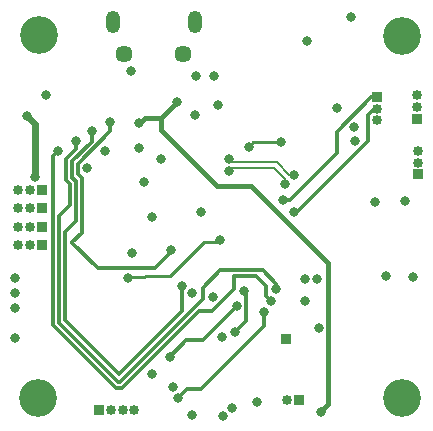
<source format=gbr>
%TF.GenerationSoftware,KiCad,Pcbnew,6.0.7-f9a2dced07~116~ubuntu22.04.1*%
%TF.CreationDate,2022-08-22T17:29:25+02:00*%
%TF.ProjectId,DroneHardware,44726f6e-6548-4617-9264-776172652e6b,rev?*%
%TF.SameCoordinates,Original*%
%TF.FileFunction,Copper,L4,Bot*%
%TF.FilePolarity,Positive*%
%FSLAX46Y46*%
G04 Gerber Fmt 4.6, Leading zero omitted, Abs format (unit mm)*
G04 Created by KiCad (PCBNEW 6.0.7-f9a2dced07~116~ubuntu22.04.1) date 2022-08-22 17:29:25*
%MOMM*%
%LPD*%
G01*
G04 APERTURE LIST*
%TA.AperFunction,ComponentPad*%
%ADD10R,0.850000X0.850000*%
%TD*%
%TA.AperFunction,ComponentPad*%
%ADD11O,0.850000X0.850000*%
%TD*%
%TA.AperFunction,ComponentPad*%
%ADD12O,1.200000X1.900000*%
%TD*%
%TA.AperFunction,ComponentPad*%
%ADD13C,1.450000*%
%TD*%
%TA.AperFunction,ComponentPad*%
%ADD14C,3.200000*%
%TD*%
%TA.AperFunction,ViaPad*%
%ADD15C,0.800000*%
%TD*%
%TA.AperFunction,Conductor*%
%ADD16C,0.300000*%
%TD*%
%TA.AperFunction,Conductor*%
%ADD17C,0.200000*%
%TD*%
%TA.AperFunction,Conductor*%
%ADD18C,0.400000*%
%TD*%
%TA.AperFunction,Conductor*%
%ADD19C,0.600000*%
%TD*%
%TA.AperFunction,Conductor*%
%ADD20C,0.250000*%
%TD*%
G04 APERTURE END LIST*
D10*
%TO.P,J208,1,Pin_1*%
%TO.N,PWM4*%
X130890000Y-103460000D03*
D11*
%TO.P,J208,2,Pin_2*%
%TO.N,+5V*%
X129890000Y-103460000D03*
%TO.P,J208,3,Pin_3*%
%TO.N,GND*%
X128890000Y-103460000D03*
%TD*%
D10*
%TO.P,J210,1,Pin_1*%
%TO.N,USART1_TX*%
X162620000Y-92810000D03*
D11*
%TO.P,J210,2,Pin_2*%
%TO.N,USART1_RX*%
X162620000Y-91810000D03*
%TO.P,J210,3,Pin_3*%
%TO.N,unconnected-(J210-Pad3)*%
X162620000Y-90810000D03*
%TD*%
D10*
%TO.P,J202,1,Pin_1*%
%TO.N,+5V*%
X152600000Y-116620000D03*
D11*
%TO.P,J202,2,Pin_2*%
%TO.N,GND*%
X151600000Y-116620000D03*
%TD*%
D12*
%TO.P,J201,6,Shield*%
%TO.N,unconnected-(J201-Pad6)*%
X143860000Y-84562500D03*
D13*
X137860000Y-87262500D03*
X142860000Y-87262500D03*
D12*
X136860000Y-84562500D03*
%TD*%
D10*
%TO.P,J207,1,Pin_1*%
%TO.N,PWM3*%
X130890000Y-101920000D03*
D11*
%TO.P,J207,2,Pin_2*%
%TO.N,+5V*%
X129890000Y-101920000D03*
%TO.P,J207,3,Pin_3*%
%TO.N,GND*%
X128890000Y-101920000D03*
%TD*%
D10*
%TO.P,J209,1,Pin_1*%
%TO.N,USART6_TX*%
X162720000Y-97490000D03*
D11*
%TO.P,J209,2,Pin_2*%
%TO.N,USART6_RX*%
X162720000Y-96490000D03*
%TO.P,J209,3,Pin_3*%
%TO.N,USART6_CK*%
X162720000Y-95490000D03*
%TD*%
D14*
%TO.P,H201,*%
%TO.N,*%
X161380000Y-116420000D03*
%TD*%
D10*
%TO.P,J206,1,Pin_1*%
%TO.N,PWM2*%
X130890000Y-100370000D03*
D11*
%TO.P,J206,2,Pin_2*%
%TO.N,+5V*%
X129890000Y-100370000D03*
%TO.P,J206,3,Pin_3*%
%TO.N,GND*%
X128890000Y-100370000D03*
%TD*%
D14*
%TO.P,H203,*%
%TO.N,*%
X161390000Y-85770000D03*
%TD*%
%TO.P,H204,*%
%TO.N,*%
X130590000Y-85690000D03*
%TD*%
D10*
%TO.P,J211,1,Pin_1*%
%TO.N,USART3_TX*%
X159220000Y-90920000D03*
D11*
%TO.P,J211,2,Pin_2*%
%TO.N,USART3_RX*%
X159220000Y-91920000D03*
%TO.P,J211,3,Pin_3*%
%TO.N,unconnected-(J211-Pad3)*%
X159220000Y-92920000D03*
%TD*%
D14*
%TO.P,H202,*%
%TO.N,*%
X130570000Y-116420000D03*
%TD*%
D10*
%TO.P,J205,1,Pin_1*%
%TO.N,PWM1*%
X130890000Y-98830000D03*
D11*
%TO.P,J205,2,Pin_2*%
%TO.N,+5V*%
X129890000Y-98830000D03*
%TO.P,J205,3,Pin_3*%
%TO.N,GND*%
X128890000Y-98830000D03*
%TD*%
D10*
%TO.P,J101,1,Pin_1*%
%TO.N,BUCK_IN*%
X151560000Y-111440000D03*
%TD*%
%TO.P,J102,1,Pin_1*%
%TO.N,GND*%
X135710000Y-117410000D03*
D11*
%TO.P,J102,2,Pin_2*%
X136710000Y-117410000D03*
%TO.P,J102,3,Pin_3*%
X137710000Y-117410000D03*
%TO.P,J102,4,Pin_4*%
X138710000Y-117410000D03*
%TD*%
D15*
%TO.N,PWM1*%
X132225000Y-95525000D03*
%TO.N,PWM2*%
X133775000Y-94700000D03*
%TO.N,PWM3*%
X135075000Y-93825000D03*
%TO.N,PWM4*%
X136675000Y-93050000D03*
%TO.N,USB_D+*%
X151474498Y-98266962D03*
%TO.N,USB_D-*%
X152216962Y-97524498D03*
%TO.N,USB_D+*%
X146722929Y-97227596D03*
%TO.N,USB_D-*%
X146722929Y-96177596D03*
%TO.N,GND*%
X146150000Y-111225000D03*
%TO.N,BUCK_VOUT_3V3*%
X145350000Y-107900000D03*
%TO.N,GYRO_MOSI_PIN*%
X148025000Y-107325000D03*
%TO.N,GYRO_INT_EXTI*%
X149675000Y-109175000D03*
%TO.N,PWM1*%
X150275000Y-108250000D03*
%TO.N,PWM2*%
X150700000Y-107200000D03*
%TO.N,GYRO_MOSI_PIN*%
X147225000Y-110825000D03*
%TO.N,BUCK_VOUT_3V3*%
X128610000Y-106230000D03*
X140930000Y-96210000D03*
X143925000Y-89125000D03*
X153320000Y-86180000D03*
X143575000Y-117850000D03*
X162280000Y-106210000D03*
X140180000Y-101110000D03*
X153160000Y-106330000D03*
X157420000Y-94670000D03*
X143825000Y-92425000D03*
%TO.N,GND*%
X128600000Y-108780000D03*
X153160000Y-108250000D03*
X157280000Y-93480000D03*
X139520000Y-98110000D03*
X145800000Y-91600000D03*
X138540000Y-104120000D03*
X128610000Y-107530000D03*
X144340000Y-100680000D03*
X146175000Y-117950000D03*
X131180000Y-90770000D03*
X145450000Y-89125000D03*
X143620000Y-107550000D03*
X149075000Y-116775000D03*
X128600000Y-111340000D03*
X154300000Y-110480000D03*
X154200000Y-106360000D03*
X136250000Y-95525000D03*
X140160000Y-114400000D03*
X155825000Y-91875000D03*
X138425000Y-88700000D03*
X134700000Y-96925000D03*
X141950000Y-115480000D03*
X159060000Y-99850000D03*
X157040000Y-84200000D03*
X161580000Y-99740000D03*
X159990000Y-106100000D03*
X139060000Y-95290000D03*
X146950000Y-117275000D03*
%TO.N,+5V*%
X130280000Y-97690000D03*
X139075000Y-93175000D03*
X142270000Y-91380000D03*
X129590000Y-92540000D03*
X154480000Y-117610000D03*
%TO.N,SWDIO*%
X145990000Y-103080000D03*
X138170000Y-106250000D03*
%TO.N,SWCLK*%
X151090000Y-94790000D03*
X148370000Y-95160000D03*
%TO.N,PWM4*%
X141800000Y-103860000D03*
%TO.N,PWM3*%
X142748000Y-106934000D03*
%TO.N,GYRO_INT_EXTI*%
X142390000Y-116440000D03*
%TO.N,USART3_TX*%
X151280000Y-99630000D03*
%TO.N,GYRO_MISO_PIN*%
X147370000Y-108620000D03*
X141690000Y-112940000D03*
%TO.N,USART3_RX*%
X152180000Y-100710000D03*
%TD*%
D16*
%TO.N,PWM1*%
X150275000Y-108250000D02*
X149825000Y-107800000D01*
X149825000Y-107800000D02*
X149825000Y-106925000D01*
X149017443Y-106117443D02*
X147120557Y-106117443D01*
X147120557Y-106117443D02*
X147120557Y-107229443D01*
X149825000Y-106925000D02*
X149017443Y-106117443D01*
X147120557Y-107229443D02*
X145250000Y-109100000D01*
X145250000Y-109100000D02*
X144137999Y-109100000D01*
X137151519Y-115561519D02*
X131826000Y-110236000D01*
X131834000Y-95916000D02*
X132225000Y-95525000D01*
X144137999Y-109100000D02*
X137676480Y-115561519D01*
X137676480Y-115561519D02*
X137151519Y-115561519D01*
X131826000Y-110236000D02*
X131834000Y-110228000D01*
X131834000Y-110228000D02*
X131834000Y-95916000D01*
%TO.N,PWM2*%
X133250000Y-98300000D02*
X132950000Y-98000000D01*
X132342000Y-101008000D02*
X133250000Y-100100000D01*
X132342000Y-110029572D02*
X132342000Y-101008000D01*
X149567923Y-105617923D02*
X145974950Y-105617923D01*
X137358428Y-115062000D02*
X132334000Y-110037572D01*
X137469572Y-115062000D02*
X137358428Y-115062000D01*
X133250000Y-100100000D02*
X133250000Y-98300000D01*
X144500786Y-108030786D02*
X137469572Y-115062000D01*
X145974950Y-105617923D02*
X144500786Y-107092087D01*
X132334000Y-110037572D02*
X132342000Y-110029572D01*
X144500786Y-107092087D02*
X144500786Y-108030786D01*
X150700000Y-107200000D02*
X150700000Y-106750000D01*
X150700000Y-106750000D02*
X149567923Y-105617923D01*
X132950000Y-98000000D02*
X132950000Y-96160788D01*
X132950000Y-96160788D02*
X133775000Y-95335788D01*
X133775000Y-95335788D02*
X133775000Y-94700000D01*
%TO.N,PWM3*%
X142748000Y-106934000D02*
X142748000Y-109077144D01*
X133750000Y-98075000D02*
X133450000Y-97775000D01*
X142748000Y-109077144D02*
X137416572Y-114408572D01*
X132842000Y-102333000D02*
X133750000Y-101425000D01*
X137416572Y-114408572D02*
X137411428Y-114408572D01*
X137411428Y-114408572D02*
X132842000Y-109839144D01*
X132842000Y-109839144D02*
X132842000Y-102333000D01*
X133750000Y-101425000D02*
X133750000Y-98075000D01*
X133450000Y-96367894D02*
X135075000Y-94742894D01*
X135075000Y-94742894D02*
X135075000Y-93825000D01*
X133450000Y-97775000D02*
X133450000Y-96367894D01*
%TO.N,PWM4*%
X141800000Y-103860000D02*
X141800000Y-104077127D01*
X133950000Y-97500000D02*
X133950000Y-96575000D01*
X141800000Y-104077127D02*
X140467127Y-105410000D01*
X140467127Y-105410000D02*
X135585000Y-105410000D01*
X135585000Y-105410000D02*
X133450000Y-103275000D01*
X133450000Y-103275000D02*
X133450000Y-103225000D01*
X133450000Y-103225000D02*
X134250000Y-102425000D01*
X134250000Y-102425000D02*
X134250000Y-97800000D01*
X134250000Y-97800000D02*
X133950000Y-97500000D01*
X133950000Y-96575000D02*
X136675000Y-93850000D01*
X136675000Y-93850000D02*
X136675000Y-93050000D01*
D17*
%TO.N,USB_D+*%
X150559398Y-96927597D02*
X151474498Y-97842697D01*
X146722929Y-97227596D02*
X147022928Y-96927597D01*
%TO.N,USB_D-*%
X146722929Y-96177596D02*
X147022928Y-96477595D01*
X147022928Y-96477595D02*
X150745794Y-96477595D01*
%TO.N,USB_D+*%
X147022928Y-96927597D02*
X150559398Y-96927597D01*
X151474498Y-97842697D02*
X151474498Y-98266962D01*
%TO.N,USB_D-*%
X150745794Y-96477595D02*
X151792697Y-97524498D01*
X151792697Y-97524498D02*
X152216962Y-97524498D01*
D16*
%TO.N,GYRO_MOSI_PIN*%
X148025000Y-107325000D02*
X148120000Y-107420000D01*
X148120000Y-107420000D02*
X148120000Y-109930000D01*
X148120000Y-109930000D02*
X147225000Y-110825000D01*
%TO.N,GYRO_INT_EXTI*%
X148799520Y-111187607D02*
X148812393Y-111187607D01*
X148812393Y-111187607D02*
X149675000Y-110325000D01*
X149675000Y-110325000D02*
X149675000Y-109175000D01*
%TO.N,GYRO_MOSI_PIN*%
X147250000Y-110850000D02*
X147225000Y-110825000D01*
D18*
%TO.N,+5V*%
X145730000Y-98490000D02*
X140970000Y-93730000D01*
X140970000Y-93730000D02*
X140970000Y-92680000D01*
X155099511Y-104975673D02*
X148613838Y-98490000D01*
X148613838Y-98490000D02*
X145730000Y-98490000D01*
X155099511Y-116950489D02*
X155099511Y-104975673D01*
D19*
X130280000Y-97690000D02*
X130280000Y-93230000D01*
D18*
X154460000Y-117590000D02*
X155099511Y-116950489D01*
X140970000Y-92680000D02*
X139580000Y-92680000D01*
X139580000Y-92680000D02*
X139080000Y-93180000D01*
D19*
X130280000Y-93230000D02*
X129590000Y-92540000D01*
D18*
X140970000Y-92680000D02*
X142270000Y-91380000D01*
D20*
%TO.N,SWDIO*%
X141734614Y-106090000D02*
X144574614Y-103250000D01*
X145820000Y-103250000D02*
X145990000Y-103080000D01*
X138210000Y-106220000D02*
X139520000Y-106220000D01*
X144574614Y-103250000D02*
X145820000Y-103250000D01*
X139520000Y-106220000D02*
X139650000Y-106090000D01*
X139650000Y-106090000D02*
X141734614Y-106090000D01*
%TO.N,SWCLK*%
X148370000Y-95160000D02*
X148740000Y-94790000D01*
X148740000Y-94790000D02*
X151090000Y-94790000D01*
D16*
%TO.N,PWM4*%
X141986000Y-103886000D02*
X141986000Y-103891127D01*
%TO.N,GYRO_INT_EXTI*%
X148799520Y-111187607D02*
X144307723Y-115679404D01*
X143150596Y-115679404D02*
X142390000Y-116440000D01*
X144307723Y-115679404D02*
X143150596Y-115679404D01*
%TO.N,USART3_TX*%
X155820489Y-95723387D02*
X155820489Y-93872384D01*
X158772873Y-90920000D02*
X159220000Y-90920000D01*
X155820489Y-93872384D02*
X158772873Y-90920000D01*
X151913876Y-99630000D02*
X155820489Y-95723387D01*
X151280000Y-99630000D02*
X151913876Y-99630000D01*
%TO.N,GYRO_MISO_PIN*%
X143110000Y-111520000D02*
X141690000Y-112940000D01*
X147370000Y-108620000D02*
X147370000Y-108670000D01*
X147370000Y-108670000D02*
X144520000Y-111520000D01*
X144520000Y-111520000D02*
X143110000Y-111520000D01*
%TO.N,USART3_RX*%
X159220000Y-91920000D02*
X159010000Y-91920000D01*
X159010000Y-91920000D02*
X158445489Y-92484511D01*
X152439970Y-100710000D02*
X152180000Y-100710000D01*
X158445489Y-94704481D02*
X152439970Y-100710000D01*
X152180000Y-100710000D02*
X152180000Y-100687127D01*
X158445489Y-92484511D02*
X158445489Y-94704481D01*
%TD*%
M02*

</source>
